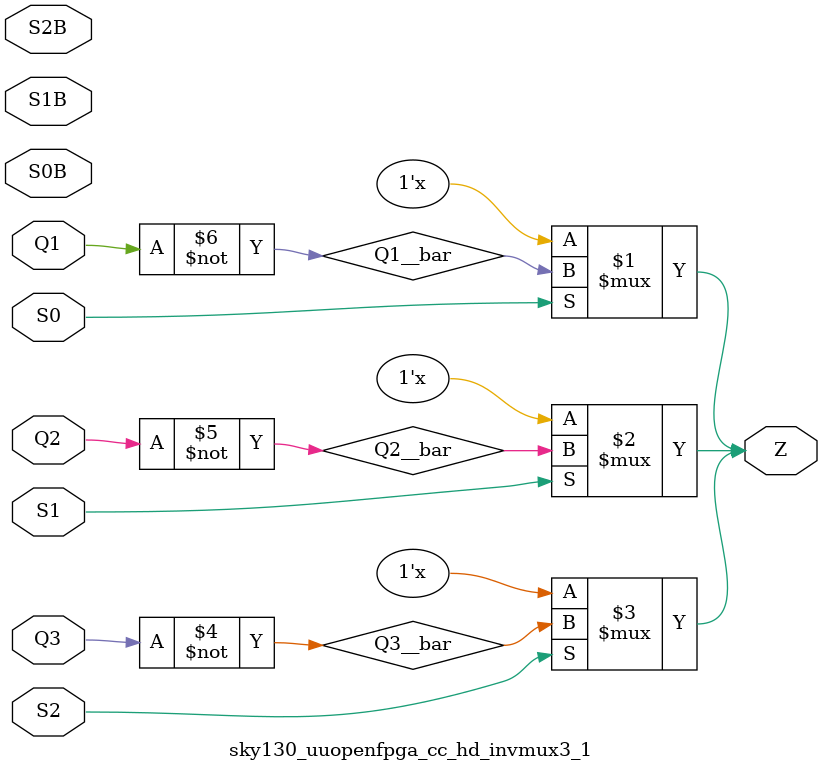
<source format=v>

`timescale 1ns/10ps
`celldefine
module sky130_uuopenfpga_cc_hd_invmux2_1 (Z, Q1, Q2, S0, S0B, S1, S1B);
	output Z;
	input Q1, Q2, S0, S0B, S1, S1B;

	wire Q1__bar, Q2__bar;

	not (Q2__bar, Q2);
	not (Q1__bar, Q1);

    bufif1 (Z, Q1__bar, S0);
    bufif1 (Z, Q2__bar, S1);

`ifdef ENABLE_SIGNAL_INITIALIZATION
    initial begin
        $deposit(Q1, 1'b0);
        $deposit(Q2, 1'b0);
    end
`endif

	specify
		(Q1 => Z) = 0.01;
		(Q2 => Z) = 0.01;
		(S0 => Z) = 0.01;
		(S0B => Z) = 0.01;
		(S1 => Z) = 0.01;
		(S1B => Z) = 0.01;
	endspecify
endmodule
`endcelldefine

// type: scs8hd_muxinv8_1 
`timescale 1ns/10ps
`celldefine
module sky130_uuopenfpga_cc_hd_invmux3_1 (Z, Q1, Q2, Q3, S0, S0B, S1, S1B, S2, S2B);
	output Z;
	input Q1, Q2, Q3, S0, S0B, S1, S1B, S2, S2B;

	wire Q1__bar, Q2__bar, Q3__bar;

	not (Q3__bar, Q3);
	not (Q2__bar, Q2);
	not (Q1__bar, Q1);

    bufif1 (Z, Q1__bar, S0);
    bufif1 (Z, Q2__bar, S1);
    bufif1 (Z, Q3__bar, S2);

`ifdef ENABLE_SIGNAL_INITIALIZATION
    initial begin
        $deposit(Q1, 1'b0);
        $deposit(Q2, 1'b0);
        $deposit(Q3, 1'b0);
    end
`endif

	// Timing
	specify
		(Q1 => Z) = 0.01;
		(Q3 => Z) = 0.01;
		(S0 => Z) = 0.01;
		(S0B => Z) = 0.01;
		(S2 => Z) = 0.01;
		(S2B => Z) = 0.01;
	endspecify
endmodule
`endcelldefine

</source>
